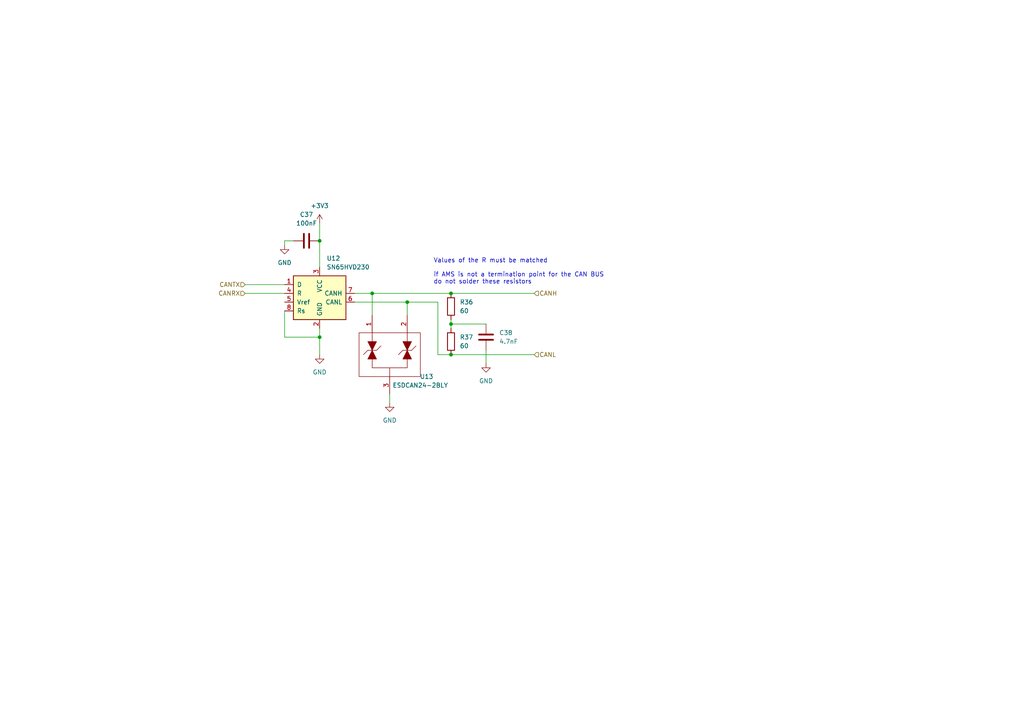
<source format=kicad_sch>
(kicad_sch (version 20230121) (generator eeschema)

  (uuid 100c0030-de36-4ac9-bd34-a6f2d2ac9ac5)

  (paper "A4")

  (title_block
    (title "AMS Master by Jakub Sułek")
    (date "2023-06-27")
    (rev "7")
  )

  (lib_symbols
    (symbol "Device:C" (pin_numbers hide) (pin_names (offset 0.254)) (in_bom yes) (on_board yes)
      (property "Reference" "C" (at 0.635 2.54 0)
        (effects (font (size 1.27 1.27)) (justify left))
      )
      (property "Value" "C" (at 0.635 -2.54 0)
        (effects (font (size 1.27 1.27)) (justify left))
      )
      (property "Footprint" "" (at 0.9652 -3.81 0)
        (effects (font (size 1.27 1.27)) hide)
      )
      (property "Datasheet" "~" (at 0 0 0)
        (effects (font (size 1.27 1.27)) hide)
      )
      (property "ki_keywords" "cap capacitor" (at 0 0 0)
        (effects (font (size 1.27 1.27)) hide)
      )
      (property "ki_description" "Unpolarized capacitor" (at 0 0 0)
        (effects (font (size 1.27 1.27)) hide)
      )
      (property "ki_fp_filters" "C_*" (at 0 0 0)
        (effects (font (size 1.27 1.27)) hide)
      )
      (symbol "C_0_1"
        (polyline
          (pts
            (xy -2.032 -0.762)
            (xy 2.032 -0.762)
          )
          (stroke (width 0.508) (type default))
          (fill (type none))
        )
        (polyline
          (pts
            (xy -2.032 0.762)
            (xy 2.032 0.762)
          )
          (stroke (width 0.508) (type default))
          (fill (type none))
        )
      )
      (symbol "C_1_1"
        (pin passive line (at 0 3.81 270) (length 2.794)
          (name "~" (effects (font (size 1.27 1.27))))
          (number "1" (effects (font (size 1.27 1.27))))
        )
        (pin passive line (at 0 -3.81 90) (length 2.794)
          (name "~" (effects (font (size 1.27 1.27))))
          (number "2" (effects (font (size 1.27 1.27))))
        )
      )
    )
    (symbol "Device:R" (pin_numbers hide) (pin_names (offset 0)) (in_bom yes) (on_board yes)
      (property "Reference" "R" (at 2.032 0 90)
        (effects (font (size 1.27 1.27)))
      )
      (property "Value" "R" (at 0 0 90)
        (effects (font (size 1.27 1.27)))
      )
      (property "Footprint" "" (at -1.778 0 90)
        (effects (font (size 1.27 1.27)) hide)
      )
      (property "Datasheet" "~" (at 0 0 0)
        (effects (font (size 1.27 1.27)) hide)
      )
      (property "ki_keywords" "R res resistor" (at 0 0 0)
        (effects (font (size 1.27 1.27)) hide)
      )
      (property "ki_description" "Resistor" (at 0 0 0)
        (effects (font (size 1.27 1.27)) hide)
      )
      (property "ki_fp_filters" "R_*" (at 0 0 0)
        (effects (font (size 1.27 1.27)) hide)
      )
      (symbol "R_0_1"
        (rectangle (start -1.016 -2.54) (end 1.016 2.54)
          (stroke (width 0.254) (type default))
          (fill (type none))
        )
      )
      (symbol "R_1_1"
        (pin passive line (at 0 3.81 270) (length 1.27)
          (name "~" (effects (font (size 1.27 1.27))))
          (number "1" (effects (font (size 1.27 1.27))))
        )
        (pin passive line (at 0 -3.81 90) (length 1.27)
          (name "~" (effects (font (size 1.27 1.27))))
          (number "2" (effects (font (size 1.27 1.27))))
        )
      )
    )
    (symbol "Interface_CAN_LIN:SN65HVD230" (pin_names (offset 1.016)) (in_bom yes) (on_board yes)
      (property "Reference" "U" (at -2.54 10.16 0)
        (effects (font (size 1.27 1.27)) (justify right))
      )
      (property "Value" "SN65HVD230" (at -2.54 7.62 0)
        (effects (font (size 1.27 1.27)) (justify right))
      )
      (property "Footprint" "Package_SO:SOIC-8_3.9x4.9mm_P1.27mm" (at 0 -12.7 0)
        (effects (font (size 1.27 1.27)) hide)
      )
      (property "Datasheet" "http://www.ti.com/lit/ds/symlink/sn65hvd230.pdf" (at -2.54 10.16 0)
        (effects (font (size 1.27 1.27)) hide)
      )
      (property "ki_keywords" "can transeiver ti low-power" (at 0 0 0)
        (effects (font (size 1.27 1.27)) hide)
      )
      (property "ki_description" "CAN Bus Transceivers, 3.3V, 1Mbps, Low-Power capabilities, SOIC-8" (at 0 0 0)
        (effects (font (size 1.27 1.27)) hide)
      )
      (property "ki_fp_filters" "SOIC*3.9x4.9mm*P1.27mm*" (at 0 0 0)
        (effects (font (size 1.27 1.27)) hide)
      )
      (symbol "SN65HVD230_0_1"
        (rectangle (start -7.62 5.08) (end 7.62 -7.62)
          (stroke (width 0.254) (type default))
          (fill (type background))
        )
      )
      (symbol "SN65HVD230_1_1"
        (pin input line (at -10.16 2.54 0) (length 2.54)
          (name "D" (effects (font (size 1.27 1.27))))
          (number "1" (effects (font (size 1.27 1.27))))
        )
        (pin power_in line (at 0 -10.16 90) (length 2.54)
          (name "GND" (effects (font (size 1.27 1.27))))
          (number "2" (effects (font (size 1.27 1.27))))
        )
        (pin power_in line (at 0 7.62 270) (length 2.54)
          (name "VCC" (effects (font (size 1.27 1.27))))
          (number "3" (effects (font (size 1.27 1.27))))
        )
        (pin output line (at -10.16 0 0) (length 2.54)
          (name "R" (effects (font (size 1.27 1.27))))
          (number "4" (effects (font (size 1.27 1.27))))
        )
        (pin output line (at -10.16 -2.54 0) (length 2.54)
          (name "Vref" (effects (font (size 1.27 1.27))))
          (number "5" (effects (font (size 1.27 1.27))))
        )
        (pin bidirectional line (at 10.16 -2.54 180) (length 2.54)
          (name "CANL" (effects (font (size 1.27 1.27))))
          (number "6" (effects (font (size 1.27 1.27))))
        )
        (pin bidirectional line (at 10.16 0 180) (length 2.54)
          (name "CANH" (effects (font (size 1.27 1.27))))
          (number "7" (effects (font (size 1.27 1.27))))
        )
        (pin input line (at -10.16 -5.08 0) (length 2.54)
          (name "Rs" (effects (font (size 1.27 1.27))))
          (number "8" (effects (font (size 1.27 1.27))))
        )
      )
    )
    (symbol "Metropolia Motorsport General:ESDCAN24-2BLY" (pin_names (offset 1.016)) (in_bom yes) (on_board yes)
      (property "Reference" "U" (at 0 -1.27 0)
        (effects (font (size 1.27 1.27)))
      )
      (property "Value" "ESDCAN24-2BLY" (at 10.16 -1.27 90)
        (effects (font (size 1.27 1.27)) hide)
      )
      (property "Footprint" "general:ESDCAN24-2BLY" (at -1.27 -2.54 0)
        (effects (font (size 1.27 1.27)) hide)
      )
      (property "Datasheet" "" (at -1.27 -2.54 0)
        (effects (font (size 1.27 1.27)) hide)
      )
      (symbol "ESDCAN24-2BLY_0_1"
        (polyline
          (pts
            (xy -5.08 -6.35)
            (xy -5.08 -7.62)
          )
          (stroke (width 0) (type default))
          (fill (type none))
        )
        (polyline
          (pts
            (xy -5.08 -5.08)
            (xy -5.08 -6.35)
          )
          (stroke (width 0) (type default))
          (fill (type none))
        )
        (polyline
          (pts
            (xy 0 2.54)
            (xy 0 5.08)
          )
          (stroke (width 0) (type default))
          (fill (type none))
        )
        (polyline
          (pts
            (xy 5.08 -5.08)
            (xy 5.08 -6.35)
            (xy 5.08 -7.62)
          )
          (stroke (width 0) (type default))
          (fill (type none))
        )
        (polyline
          (pts
            (xy -6.35 -5.08)
            (xy -5.08 -2.54)
            (xy -3.81 -5.08)
            (xy -6.35 -5.08)
          )
          (stroke (width 0) (type default))
          (fill (type outline))
        )
        (polyline
          (pts
            (xy -5.08 -2.54)
            (xy -3.81 0)
            (xy -6.35 0)
            (xy -5.08 -2.54)
          )
          (stroke (width 0) (type default))
          (fill (type outline))
        )
        (polyline
          (pts
            (xy 3.81 -5.08)
            (xy 5.08 -2.54)
            (xy 6.35 -5.08)
            (xy 3.81 -5.08)
          )
          (stroke (width 0) (type default))
          (fill (type outline))
        )
        (polyline
          (pts
            (xy 5.08 -2.54)
            (xy 3.81 0)
            (xy 6.35 0)
            (xy 5.08 -2.54)
          )
          (stroke (width 0) (type default))
          (fill (type outline))
        )
        (polyline
          (pts
            (xy 5.08 0)
            (xy 5.08 2.54)
            (xy -5.08 2.54)
            (xy -5.08 0)
          )
          (stroke (width 0) (type default))
          (fill (type none))
        )
        (polyline
          (pts
            (xy 7.62 -3.81)
            (xy 6.35 -2.54)
            (xy 3.81 -2.54)
            (xy 2.54 -1.27)
          )
          (stroke (width 0) (type default))
          (fill (type none))
        )
        (polyline
          (pts
            (xy -2.54 -3.81)
            (xy -3.81 -2.54)
            (xy -5.08 -2.54)
            (xy -6.35 -2.54)
            (xy -7.62 -1.27)
          )
          (stroke (width 0) (type default))
          (fill (type none))
        )
        (rectangle (start 8.89 -7.62) (end -8.89 5.08)
          (stroke (width 0) (type default))
          (fill (type none))
        )
      )
      (symbol "ESDCAN24-2BLY_1_1"
        (pin passive line (at -5.08 -12.7 90) (length 5.08)
          (name "~" (effects (font (size 1.27 1.27))))
          (number "1" (effects (font (size 1.27 1.27))))
        )
        (pin passive line (at 5.08 -12.7 90) (length 5.08)
          (name "~" (effects (font (size 1.27 1.27))))
          (number "2" (effects (font (size 1.27 1.27))))
        )
        (pin passive line (at 0 10.16 270) (length 5.08)
          (name "~" (effects (font (size 1.27 1.27))))
          (number "3" (effects (font (size 1.27 1.27))))
        )
      )
    )
    (symbol "power:+3V3" (power) (pin_names (offset 0)) (in_bom yes) (on_board yes)
      (property "Reference" "#PWR" (at 0 -3.81 0)
        (effects (font (size 1.27 1.27)) hide)
      )
      (property "Value" "+3V3" (at 0 3.556 0)
        (effects (font (size 1.27 1.27)))
      )
      (property "Footprint" "" (at 0 0 0)
        (effects (font (size 1.27 1.27)) hide)
      )
      (property "Datasheet" "" (at 0 0 0)
        (effects (font (size 1.27 1.27)) hide)
      )
      (property "ki_keywords" "power-flag" (at 0 0 0)
        (effects (font (size 1.27 1.27)) hide)
      )
      (property "ki_description" "Power symbol creates a global label with name \"+3V3\"" (at 0 0 0)
        (effects (font (size 1.27 1.27)) hide)
      )
      (symbol "+3V3_0_1"
        (polyline
          (pts
            (xy -0.762 1.27)
            (xy 0 2.54)
          )
          (stroke (width 0) (type default))
          (fill (type none))
        )
        (polyline
          (pts
            (xy 0 0)
            (xy 0 2.54)
          )
          (stroke (width 0) (type default))
          (fill (type none))
        )
        (polyline
          (pts
            (xy 0 2.54)
            (xy 0.762 1.27)
          )
          (stroke (width 0) (type default))
          (fill (type none))
        )
      )
      (symbol "+3V3_1_1"
        (pin power_in line (at 0 0 90) (length 0) hide
          (name "+3V3" (effects (font (size 1.27 1.27))))
          (number "1" (effects (font (size 1.27 1.27))))
        )
      )
    )
    (symbol "power:GND" (power) (pin_names (offset 0)) (in_bom yes) (on_board yes)
      (property "Reference" "#PWR" (at 0 -6.35 0)
        (effects (font (size 1.27 1.27)) hide)
      )
      (property "Value" "GND" (at 0 -3.81 0)
        (effects (font (size 1.27 1.27)))
      )
      (property "Footprint" "" (at 0 0 0)
        (effects (font (size 1.27 1.27)) hide)
      )
      (property "Datasheet" "" (at 0 0 0)
        (effects (font (size 1.27 1.27)) hide)
      )
      (property "ki_keywords" "power-flag" (at 0 0 0)
        (effects (font (size 1.27 1.27)) hide)
      )
      (property "ki_description" "Power symbol creates a global label with name \"GND\" , ground" (at 0 0 0)
        (effects (font (size 1.27 1.27)) hide)
      )
      (symbol "GND_0_1"
        (polyline
          (pts
            (xy 0 0)
            (xy 0 -1.27)
            (xy 1.27 -1.27)
            (xy 0 -2.54)
            (xy -1.27 -1.27)
            (xy 0 -1.27)
          )
          (stroke (width 0) (type default))
          (fill (type none))
        )
      )
      (symbol "GND_1_1"
        (pin power_in line (at 0 0 270) (length 0) hide
          (name "GND" (effects (font (size 1.27 1.27))))
          (number "1" (effects (font (size 1.27 1.27))))
        )
      )
    )
  )

  (junction (at 107.95 85.09) (diameter 0) (color 0 0 0 0)
    (uuid 01e6a656-4cfd-412d-8111-369b6072e94c)
  )
  (junction (at 118.11 87.63) (diameter 0) (color 0 0 0 0)
    (uuid 091e4bad-89b6-4633-97eb-f446f22e9cb5)
  )
  (junction (at 92.71 97.79) (diameter 0) (color 0 0 0 0)
    (uuid 9a220d5a-53b4-4476-a1ea-ff740dcdf690)
  )
  (junction (at 130.81 85.09) (diameter 0) (color 0 0 0 0)
    (uuid a063525b-895a-465a-83a3-4554ea6561bc)
  )
  (junction (at 130.81 102.87) (diameter 0) (color 0 0 0 0)
    (uuid b381f935-0ca6-45fa-b684-bff186bf1870)
  )
  (junction (at 92.71 69.85) (diameter 0) (color 0 0 0 0)
    (uuid ba7e3f85-fad1-4ab8-b3e2-562a05972460)
  )
  (junction (at 130.81 93.98) (diameter 0) (color 0 0 0 0)
    (uuid f5505f81-cca8-415b-b1ce-585b0f4e0ec0)
  )

  (wire (pts (xy 140.97 105.41) (xy 140.97 101.6))
    (stroke (width 0) (type default))
    (uuid 04f73985-37d0-4b90-a221-71293c4a2a23)
  )
  (wire (pts (xy 130.81 85.09) (xy 154.94 85.09))
    (stroke (width 0) (type default))
    (uuid 05cd3ac5-a737-4608-9ebb-5f806488e290)
  )
  (wire (pts (xy 102.87 85.09) (xy 107.95 85.09))
    (stroke (width 0) (type default))
    (uuid 11e79a60-3af0-4afe-beca-525baebaa882)
  )
  (wire (pts (xy 118.11 87.63) (xy 118.11 91.44))
    (stroke (width 0) (type default))
    (uuid 1370b038-009a-4dc4-aff1-d60a833d103a)
  )
  (wire (pts (xy 82.55 69.85) (xy 82.55 71.12))
    (stroke (width 0) (type default))
    (uuid 2745b001-1122-424b-aa69-c1333cf67c9c)
  )
  (wire (pts (xy 82.55 69.85) (xy 85.09 69.85))
    (stroke (width 0) (type default))
    (uuid 2ef9779e-3c46-4fc2-9ab6-2b0d1d300193)
  )
  (wire (pts (xy 127 102.87) (xy 130.81 102.87))
    (stroke (width 0) (type default))
    (uuid 3dedff8d-4447-4a13-8977-0e40c2b80e2f)
  )
  (wire (pts (xy 71.12 82.55) (xy 82.55 82.55))
    (stroke (width 0) (type default))
    (uuid 4ec11050-dffa-4766-a244-9dad38c3f64e)
  )
  (wire (pts (xy 102.87 87.63) (xy 118.11 87.63))
    (stroke (width 0) (type default))
    (uuid 52ab6689-f3ee-4523-90db-4776a850843c)
  )
  (wire (pts (xy 130.81 92.71) (xy 130.81 93.98))
    (stroke (width 0) (type default))
    (uuid 5f084a48-ec57-41c7-9b31-344d213af947)
  )
  (wire (pts (xy 130.81 102.87) (xy 154.94 102.87))
    (stroke (width 0) (type default))
    (uuid 60fcd5ac-718e-499c-be4f-ceeba5b6cfd1)
  )
  (wire (pts (xy 92.71 97.79) (xy 92.71 102.87))
    (stroke (width 0) (type default))
    (uuid 62da1e91-cb51-42a8-8704-9d97301e197a)
  )
  (wire (pts (xy 107.95 85.09) (xy 130.81 85.09))
    (stroke (width 0) (type default))
    (uuid 71ec0f0f-d207-4e41-a523-40aed2adaf90)
  )
  (wire (pts (xy 92.71 64.77) (xy 92.71 69.85))
    (stroke (width 0) (type default))
    (uuid 7a6c4e2d-51b2-4580-8272-ef145a57032f)
  )
  (wire (pts (xy 71.12 85.09) (xy 82.55 85.09))
    (stroke (width 0) (type default))
    (uuid 8bade4dd-0fd0-4f18-9c1f-d0ffca652754)
  )
  (wire (pts (xy 82.55 90.17) (xy 82.55 97.79))
    (stroke (width 0) (type default))
    (uuid 95d66b1e-2ebb-48db-ac25-9c12a1595d34)
  )
  (wire (pts (xy 118.11 87.63) (xy 127 87.63))
    (stroke (width 0) (type default))
    (uuid 9f9e2ea7-b5ac-4c50-952d-1446259710d1)
  )
  (wire (pts (xy 113.03 114.3) (xy 113.03 116.84))
    (stroke (width 0) (type default))
    (uuid a130d904-3ae2-4dcf-b204-c41daa25db41)
  )
  (wire (pts (xy 130.81 93.98) (xy 130.81 95.25))
    (stroke (width 0) (type default))
    (uuid a2e114dc-9757-4792-a9c1-05ee3b83b6a6)
  )
  (wire (pts (xy 140.97 93.98) (xy 130.81 93.98))
    (stroke (width 0) (type default))
    (uuid c18edf45-100e-4d2b-b00f-be188d32c313)
  )
  (wire (pts (xy 107.95 85.09) (xy 107.95 91.44))
    (stroke (width 0) (type default))
    (uuid c25991ae-b9e9-4113-96dc-23b563f3a253)
  )
  (wire (pts (xy 127 87.63) (xy 127 102.87))
    (stroke (width 0) (type default))
    (uuid c3b1c6d2-26f1-44b7-899c-d9628b275c24)
  )
  (wire (pts (xy 82.55 97.79) (xy 92.71 97.79))
    (stroke (width 0) (type default))
    (uuid caa3ff16-7fa6-45ea-9268-d75ffd922211)
  )
  (wire (pts (xy 92.71 95.25) (xy 92.71 97.79))
    (stroke (width 0) (type default))
    (uuid e07cb709-48f5-40b2-ba7f-7f7bc6c5a68f)
  )
  (wire (pts (xy 92.71 69.85) (xy 92.71 77.47))
    (stroke (width 0) (type default))
    (uuid ebee4988-bac7-4b35-824f-151f3060a374)
  )

  (text "Values of the R must be matched\n\nif AMS is not a termination point for the CAN BUS \ndo not solder these resistors\n"
    (at 125.73 82.55 0)
    (effects (font (size 1.27 1.27)) (justify left bottom))
    (uuid b74cd2e7-47ed-4b30-9871-3ad005e4b1c6)
  )

  (hierarchical_label "CANRX" (shape input) (at 71.12 85.09 180) (fields_autoplaced)
    (effects (font (size 1.27 1.27)) (justify right))
    (uuid 21f10582-4599-4ded-94da-51b03dcbf086)
  )
  (hierarchical_label "CANTX" (shape input) (at 71.12 82.55 180) (fields_autoplaced)
    (effects (font (size 1.27 1.27)) (justify right))
    (uuid 514a978a-574b-4696-af08-19323f9f0523)
  )
  (hierarchical_label "CANL" (shape input) (at 154.94 102.87 0) (fields_autoplaced)
    (effects (font (size 1.27 1.27)) (justify left))
    (uuid 870e8772-d194-444b-af77-893c77ffc9a1)
  )
  (hierarchical_label "CANH" (shape input) (at 154.94 85.09 0) (fields_autoplaced)
    (effects (font (size 1.27 1.27)) (justify left))
    (uuid e51681fc-8d19-4d65-bafc-05cfc99c5eb3)
  )

  (symbol (lib_id "Device:R") (at 130.81 88.9 0) (unit 1)
    (in_bom yes) (on_board yes) (dnp no) (fields_autoplaced)
    (uuid 03c0de31-a7e0-4897-8999-4ebea1eed889)
    (property "Reference" "R36" (at 133.35 87.6299 0)
      (effects (font (size 1.27 1.27)) (justify left))
    )
    (property "Value" "60" (at 133.35 90.1699 0)
      (effects (font (size 1.27 1.27)) (justify left))
    )
    (property "Footprint" "Resistor_SMD:R_0603_1608Metric_Pad0.98x0.95mm_HandSolder" (at 129.032 88.9 90)
      (effects (font (size 1.27 1.27)) hide)
    )
    (property "Datasheet" "~" (at 130.81 88.9 0)
      (effects (font (size 1.27 1.27)) hide)
    )
    (pin "1" (uuid 60002508-e258-4279-bb87-ceca7543c6e7))
    (pin "2" (uuid 3ee3cbcf-9ecf-4342-ae07-9cff9ccaba04))
    (instances
      (project "AMS Master V8"
        (path "/e63e39d7-6ac0-4ffd-8aa3-1841a4541b55/e6383cf2-63bd-44ca-86d7-73cab8c5a669"
          (reference "R36") (unit 1)
        )
      )
    )
  )

  (symbol (lib_id "power:GND") (at 113.03 116.84 0) (unit 1)
    (in_bom yes) (on_board yes) (dnp no) (fields_autoplaced)
    (uuid 10386991-3879-4199-b6d5-4705ac9b754c)
    (property "Reference" "#PWR089" (at 113.03 123.19 0)
      (effects (font (size 1.27 1.27)) hide)
    )
    (property "Value" "GND" (at 113.03 121.92 0)
      (effects (font (size 1.27 1.27)))
    )
    (property "Footprint" "" (at 113.03 116.84 0)
      (effects (font (size 1.27 1.27)) hide)
    )
    (property "Datasheet" "" (at 113.03 116.84 0)
      (effects (font (size 1.27 1.27)) hide)
    )
    (pin "1" (uuid 1bb164e8-14c3-479b-819d-a77363677c5d))
    (instances
      (project "AMS Master V8"
        (path "/e63e39d7-6ac0-4ffd-8aa3-1841a4541b55/e6383cf2-63bd-44ca-86d7-73cab8c5a669"
          (reference "#PWR089") (unit 1)
        )
      )
    )
  )

  (symbol (lib_id "Device:C") (at 140.97 97.79 0) (unit 1)
    (in_bom yes) (on_board yes) (dnp no) (fields_autoplaced)
    (uuid 19af7aa8-35d7-4ffe-b445-614508bce109)
    (property "Reference" "C38" (at 144.78 96.5199 0)
      (effects (font (size 1.27 1.27)) (justify left))
    )
    (property "Value" "4.7nF" (at 144.78 99.0599 0)
      (effects (font (size 1.27 1.27)) (justify left))
    )
    (property "Footprint" "Capacitor_SMD:C_0805_2012Metric_Pad1.18x1.45mm_HandSolder" (at 141.9352 101.6 0)
      (effects (font (size 1.27 1.27)) hide)
    )
    (property "Datasheet" "~" (at 140.97 97.79 0)
      (effects (font (size 1.27 1.27)) hide)
    )
    (pin "1" (uuid 00a51eb8-b64f-46c7-9eba-5aff683f861b))
    (pin "2" (uuid e6723cdd-66cb-48fd-ab3b-c42f2e18844e))
    (instances
      (project "AMS Master V8"
        (path "/e63e39d7-6ac0-4ffd-8aa3-1841a4541b55/e6383cf2-63bd-44ca-86d7-73cab8c5a669"
          (reference "C38") (unit 1)
        )
      )
    )
  )

  (symbol (lib_id "Metropolia Motorsport General:ESDCAN24-2BLY") (at 113.03 104.14 0) (mirror x) (unit 1)
    (in_bom yes) (on_board yes) (dnp no)
    (uuid 31fd03c4-02a1-4999-a0ba-79e300ca7be7)
    (property "Reference" "U13" (at 125.73 109.22 0)
      (effects (font (size 1.27 1.27)) (justify right))
    )
    (property "Value" "ESDCAN24-2BLY" (at 121.92 111.76 0)
      (effects (font (size 1.27 1.27)))
    )
    (property "Footprint" "Package_TO_SOT_SMD:SOT-23-3" (at 111.76 101.6 0)
      (effects (font (size 1.27 1.27)) hide)
    )
    (property "Datasheet" "" (at 111.76 101.6 0)
      (effects (font (size 1.27 1.27)) hide)
    )
    (pin "1" (uuid d910f91f-d236-4dbe-8d72-5de283261004))
    (pin "2" (uuid 943bbf8a-d80c-4af9-87d7-89b64eb34a7c))
    (pin "3" (uuid fc99c6af-05cb-487b-9a83-52ef3d37f510))
    (instances
      (project "AMS Master V8"
        (path "/e63e39d7-6ac0-4ffd-8aa3-1841a4541b55/e6383cf2-63bd-44ca-86d7-73cab8c5a669"
          (reference "U13") (unit 1)
        )
      )
    )
  )

  (symbol (lib_id "power:GND") (at 92.71 102.87 0) (unit 1)
    (in_bom yes) (on_board yes) (dnp no) (fields_autoplaced)
    (uuid 3b38a017-5c61-4f07-8c91-72874fc8ff89)
    (property "Reference" "#PWR088" (at 92.71 109.22 0)
      (effects (font (size 1.27 1.27)) hide)
    )
    (property "Value" "GND" (at 92.71 107.95 0)
      (effects (font (size 1.27 1.27)))
    )
    (property "Footprint" "" (at 92.71 102.87 0)
      (effects (font (size 1.27 1.27)) hide)
    )
    (property "Datasheet" "" (at 92.71 102.87 0)
      (effects (font (size 1.27 1.27)) hide)
    )
    (pin "1" (uuid b397b53f-0eb5-4f8c-993d-d60f11ed860d))
    (instances
      (project "AMS Master V8"
        (path "/e63e39d7-6ac0-4ffd-8aa3-1841a4541b55/e6383cf2-63bd-44ca-86d7-73cab8c5a669"
          (reference "#PWR088") (unit 1)
        )
      )
    )
  )

  (symbol (lib_id "Interface_CAN_LIN:SN65HVD230") (at 92.71 85.09 0) (unit 1)
    (in_bom yes) (on_board yes) (dnp no) (fields_autoplaced)
    (uuid 405ad1a8-1812-48f6-8096-4ed66d2da1f1)
    (property "Reference" "U12" (at 94.7294 74.93 0)
      (effects (font (size 1.27 1.27)) (justify left))
    )
    (property "Value" "SN65HVD230" (at 94.7294 77.47 0)
      (effects (font (size 1.27 1.27)) (justify left))
    )
    (property "Footprint" "Package_SO:SOIC-8_3.9x4.9mm_P1.27mm" (at 92.71 97.79 0)
      (effects (font (size 1.27 1.27)) hide)
    )
    (property "Datasheet" "http://www.ti.com/lit/ds/symlink/sn65hvd230.pdf" (at 90.17 74.93 0)
      (effects (font (size 1.27 1.27)) hide)
    )
    (pin "1" (uuid b2befcb5-3b0f-4c1f-b535-ec8ed17f2159))
    (pin "2" (uuid d511b6df-93ff-4257-8afe-a38efd55e0ef))
    (pin "3" (uuid ad6eb06e-3af2-4d54-b751-6b6f4df79301))
    (pin "4" (uuid 24bf7e93-613f-46b0-ad3c-aaedf8d14231))
    (pin "5" (uuid d7215b29-537d-42b6-bd13-9b2833aa634f))
    (pin "6" (uuid faa94191-2c1c-4a35-912d-3844f3853ba6))
    (pin "7" (uuid a41d403e-b9a7-44c3-8ad6-6a3f1cbfb51e))
    (pin "8" (uuid 44d6d475-f764-45d1-9cb8-6ef0b3dae161))
    (instances
      (project "AMS Master V8"
        (path "/e63e39d7-6ac0-4ffd-8aa3-1841a4541b55/e6383cf2-63bd-44ca-86d7-73cab8c5a669"
          (reference "U12") (unit 1)
        )
      )
    )
  )

  (symbol (lib_id "Device:C") (at 88.9 69.85 90) (unit 1)
    (in_bom yes) (on_board yes) (dnp no) (fields_autoplaced)
    (uuid 4726a766-5c1a-4c0d-bb80-56837b16c9d3)
    (property "Reference" "C37" (at 88.9 62.23 90)
      (effects (font (size 1.27 1.27)))
    )
    (property "Value" "100nF" (at 88.9 64.77 90)
      (effects (font (size 1.27 1.27)))
    )
    (property "Footprint" "Capacitor_SMD:C_0805_2012Metric_Pad1.18x1.45mm_HandSolder" (at 92.71 68.8848 0)
      (effects (font (size 1.27 1.27)) hide)
    )
    (property "Datasheet" "~" (at 88.9 69.85 0)
      (effects (font (size 1.27 1.27)) hide)
    )
    (pin "1" (uuid 77631df8-ec8d-4563-ab1a-f4f2909ff000))
    (pin "2" (uuid 2861a3d3-016c-4228-979b-68796bc73979))
    (instances
      (project "AMS Master V8"
        (path "/e63e39d7-6ac0-4ffd-8aa3-1841a4541b55/e6383cf2-63bd-44ca-86d7-73cab8c5a669"
          (reference "C37") (unit 1)
        )
      )
    )
  )

  (symbol (lib_id "Device:R") (at 130.81 99.06 0) (unit 1)
    (in_bom yes) (on_board yes) (dnp no) (fields_autoplaced)
    (uuid 47d76bb9-94b0-4a22-8aa8-9604b9da003d)
    (property "Reference" "R37" (at 133.35 97.7899 0)
      (effects (font (size 1.27 1.27)) (justify left))
    )
    (property "Value" "60" (at 133.35 100.3299 0)
      (effects (font (size 1.27 1.27)) (justify left))
    )
    (property "Footprint" "Resistor_SMD:R_0603_1608Metric_Pad0.98x0.95mm_HandSolder" (at 129.032 99.06 90)
      (effects (font (size 1.27 1.27)) hide)
    )
    (property "Datasheet" "~" (at 130.81 99.06 0)
      (effects (font (size 1.27 1.27)) hide)
    )
    (pin "1" (uuid b5727847-32c6-4d7a-8946-4d7971f64fc9))
    (pin "2" (uuid 35c17b98-5d84-45f7-8471-38087e142022))
    (instances
      (project "AMS Master V8"
        (path "/e63e39d7-6ac0-4ffd-8aa3-1841a4541b55/e6383cf2-63bd-44ca-86d7-73cab8c5a669"
          (reference "R37") (unit 1)
        )
      )
    )
  )

  (symbol (lib_id "power:GND") (at 82.55 71.12 0) (unit 1)
    (in_bom yes) (on_board yes) (dnp no) (fields_autoplaced)
    (uuid 6efade9f-32cd-4131-9533-a0509b5ab2ba)
    (property "Reference" "#PWR086" (at 82.55 77.47 0)
      (effects (font (size 1.27 1.27)) hide)
    )
    (property "Value" "GND" (at 82.55 76.2 0)
      (effects (font (size 1.27 1.27)))
    )
    (property "Footprint" "" (at 82.55 71.12 0)
      (effects (font (size 1.27 1.27)) hide)
    )
    (property "Datasheet" "" (at 82.55 71.12 0)
      (effects (font (size 1.27 1.27)) hide)
    )
    (pin "1" (uuid abc47c66-aa46-414f-8f63-51899e68577c))
    (instances
      (project "AMS Master V8"
        (path "/e63e39d7-6ac0-4ffd-8aa3-1841a4541b55/e6383cf2-63bd-44ca-86d7-73cab8c5a669"
          (reference "#PWR086") (unit 1)
        )
      )
    )
  )

  (symbol (lib_id "power:+3V3") (at 92.71 64.77 0) (unit 1)
    (in_bom yes) (on_board yes) (dnp no) (fields_autoplaced)
    (uuid cd41913f-b533-4bef-8c2c-cdcf383f7e1c)
    (property "Reference" "#PWR087" (at 92.71 68.58 0)
      (effects (font (size 1.27 1.27)) hide)
    )
    (property "Value" "+3V3" (at 92.71 59.69 0)
      (effects (font (size 1.27 1.27)))
    )
    (property "Footprint" "" (at 92.71 64.77 0)
      (effects (font (size 1.27 1.27)) hide)
    )
    (property "Datasheet" "" (at 92.71 64.77 0)
      (effects (font (size 1.27 1.27)) hide)
    )
    (pin "1" (uuid 24b560a9-dc16-4c06-8557-b6b2693a3921))
    (instances
      (project "AMS Master V8"
        (path "/e63e39d7-6ac0-4ffd-8aa3-1841a4541b55/e6383cf2-63bd-44ca-86d7-73cab8c5a669"
          (reference "#PWR087") (unit 1)
        )
      )
    )
  )

  (symbol (lib_id "power:GND") (at 140.97 105.41 0) (unit 1)
    (in_bom yes) (on_board yes) (dnp no) (fields_autoplaced)
    (uuid f2c3f429-f224-4db5-9bbc-09ecd3e29459)
    (property "Reference" "#PWR090" (at 140.97 111.76 0)
      (effects (font (size 1.27 1.27)) hide)
    )
    (property "Value" "GND" (at 140.97 110.49 0)
      (effects (font (size 1.27 1.27)))
    )
    (property "Footprint" "" (at 140.97 105.41 0)
      (effects (font (size 1.27 1.27)) hide)
    )
    (property "Datasheet" "" (at 140.97 105.41 0)
      (effects (font (size 1.27 1.27)) hide)
    )
    (pin "1" (uuid ac4d9649-042d-45af-954e-eaeacf723c22))
    (instances
      (project "AMS Master V8"
        (path "/e63e39d7-6ac0-4ffd-8aa3-1841a4541b55/e6383cf2-63bd-44ca-86d7-73cab8c5a669"
          (reference "#PWR090") (unit 1)
        )
      )
    )
  )
)

</source>
